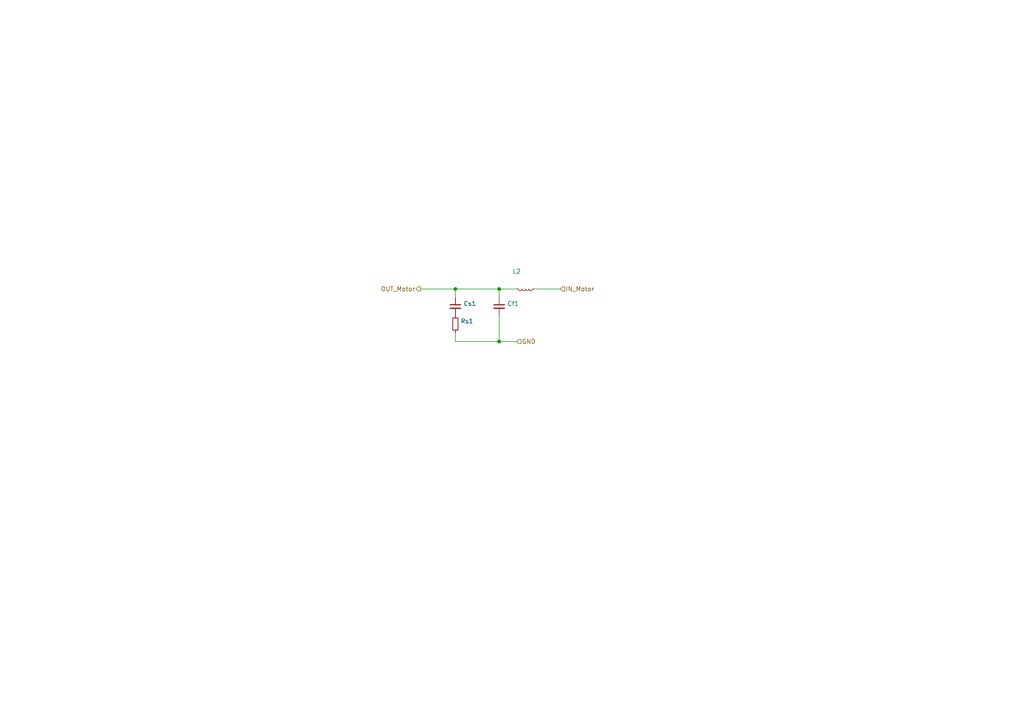
<source format=kicad_sch>
(kicad_sch (version 20211123) (generator eeschema)
  (paper "A4")
  (lib_symbols
    (symbol "Device:C_Small" (pin_numbers hide) (pin_names (offset 0.254) hide)
      (property "Reference" "C" (at 0.254 1.778 0))
      (property "Value" "C_Small" (at 0.254 -2.032 0))
      (symbol "C_Small_0_1"
        (polyline (pts (xy -1.524 -0.508) (xy 1.524 -0.508)) (stroke (width 0.3302)))
        (polyline (pts (xy -1.524 0.508) (xy 1.524 0.508)) (stroke (width 0.3048)))
      )
      (symbol "C_Small_1_1"
        (pin passive line (at 0 2.54 270) (length 2.032) (name "~") (number "1"))
        (pin passive line (at 0 -2.54 90) (length 2.032) (name "~") (number "2"))
      )
    )
    (symbol "Device:L_Small" (pin_numbers hide) (pin_names (offset 0.254) hide)
      (property "Reference" "L" (at 0.762 1.016 0))
      (property "Value" "L_Small" (at 0.762 -1.016 0))
      (symbol "L_Small_0_1"
        (arc (start 0 -2.032) (mid 0.508 -1.524) (end 0 -1.016))
        (arc (start 0 -1.016) (mid 0.508 -0.508) (end 0 0))
        (arc (start 0 0) (mid 0.508 0.508) (end 0 1.016))
        (arc (start 0 1.016) (mid 0.508 1.524) (end 0 2.032))
      )
      (symbol "L_Small_1_1"
        (pin passive line (at 0 2.54 270) (length 0.508) (name "~") (number "1"))
        (pin passive line (at 0 -2.54 90) (length 0.508) (name "~") (number "2"))
      )
    )
    (symbol "Device:R_Small" (pin_numbers hide) (pin_names (offset 0.254) hide)
      (property "Reference" "R" (at 0.762 0.508 0))
      (property "Value" "R_Small" (at 0.762 -1.016 0))
      (symbol "R_Small_0_1"
        (rectangle (start -0.762 1.778) (end 0.762 -1.778) (stroke (width 0.2032)))
      )
      (symbol "R_Small_1_1"
        (pin passive line (at 0 2.54 270) (length 0.762) (name "~") (number "1"))
        (pin passive line (at 0 -2.54 90) (length 0.762) (name "~") (number "2"))
      )
    )
  )
  (junction (at 132.08 83.82))
  (junction (at 144.78 83.82))
  (junction (at 144.78 99.06))
  (wire (pts (xy 144.78 83.82) (xy 144.78 86.36)))
  (wire (pts (xy 132.08 83.82) (xy 144.78 83.82)))
  (wire (pts (xy 132.08 99.06) (xy 132.08 96.52)))
  (wire (pts (xy 144.78 91.44) (xy 144.78 99.06)))
  (wire (pts (xy 121.92 83.82) (xy 132.08 83.82)))
  (wire (pts (xy 154.94 83.82) (xy 162.56 83.82)))
  (wire (pts (xy 144.78 99.06) (xy 132.08 99.06)))
  (wire (pts (xy 132.08 86.36) (xy 132.08 83.82)))
  (wire (pts (xy 149.86 83.82) (xy 144.78 83.82)))
  (wire (pts (xy 144.78 99.06) (xy 149.86 99.06)))
  (hierarchical_label "GND" (shape input) (at 149.86 99.06 0))
  (hierarchical_label "OUT_Motor" (shape output) (at 121.92 83.82 180))
  (hierarchical_label "IN_Motor" (shape input) (at 162.56 83.82 0))
  (symbol (lib_id "Device:C_Small") (at 132.08 88.9 0) (unit 1)
    (property "Reference" "Cs1" (at 134.4041 88.0716 0) (effects (justify left)))
    (property "Datasheet" "http://www.passivecomponent.com/wp-content/uploads/datasheet/WTC_MLCC_General_Purpose.pdf" (effects hide))
  )
  (symbol (lib_id "Device:R_Small") (at 132.08 93.98 0) (unit 1)
    (property "Reference" "Rs1" (at 133.5786 93.1453 0) (effects (justify left)))
    (property "Datasheet" "https://www.vishay.com/docs/20065/rcse3.pdf" (effects hide))
  )
  (symbol (lib_id "Device:C_Small") (at 144.78 88.9 0) (unit 1)
    (property "Reference" "Cf1" (at 147.1041 88.0716 0) (effects (justify left)))
    (property "Datasheet" "http://www.passivecomponent.com/wp-content/uploads/datasheet/WTC_MLCC_General_Purpose.pdf" (effects hide))
  )
  (symbol (lib_id "Device:L_Small") (at 152.4 83.82 270) (unit 1)
    (property "Reference" "L2" (at 149.86 78.74 90))
    (property "Datasheet" "https://www.bourns.com/docs/Product-Datasheets/SRP1245A.pdf" (effects hide))
  )
)
</source>
